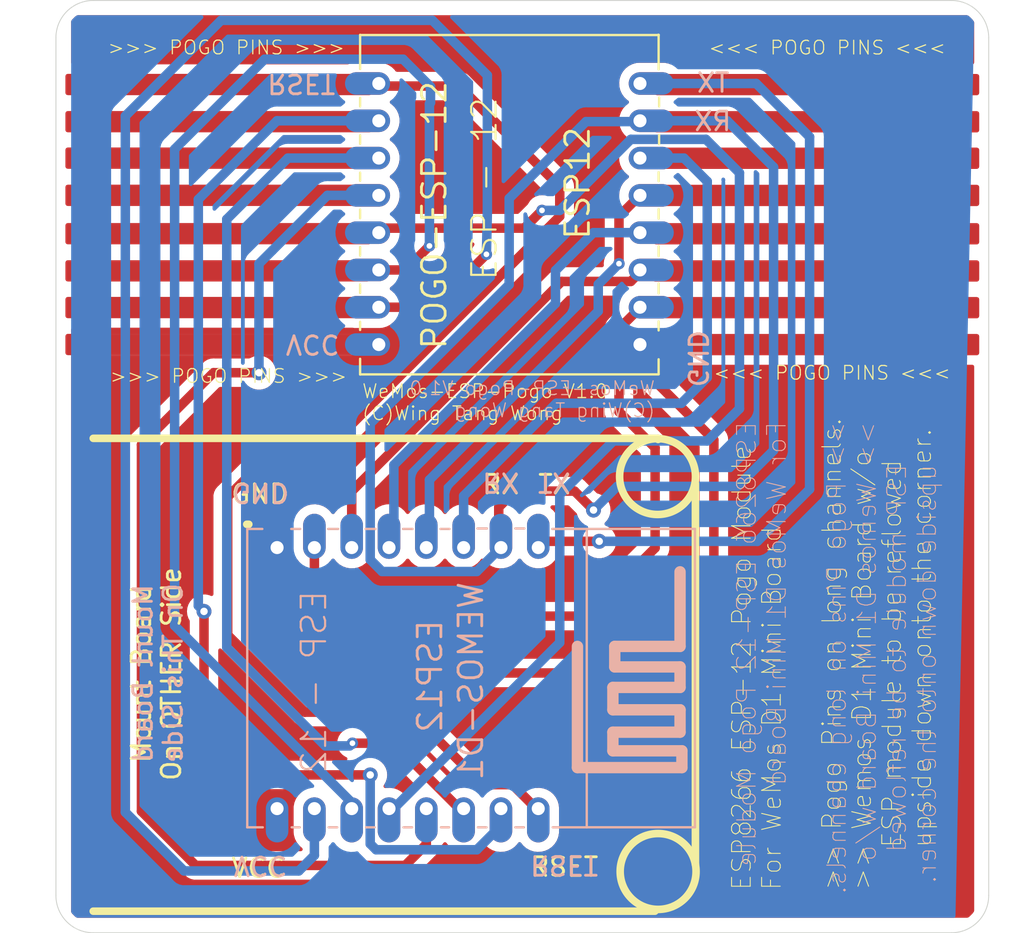
<source format=kicad_pcb>
(kicad_pcb (version 20211014) (generator pcbnew)
  (layers (0 "F.Cu" signal) (31 "B.Cu" signal) (34 "B.Paste" user) (35 "F.Paste" user) (36 "B.SilkS" user "B.Silkscreen") (37 "F.SilkS" user "F.Silkscreen") (38 "B.Mask" user) (39 "F.Mask" user) (44 "Edge.Cuts" user))
  (net 0 "")
  (net 1 "Net-(POGO-ESP-12-PadADC)")
  (net 2 "Net-(POGO-ESP-12-PadCH_PD)")
  (net 3 "Net-(POGO-ESP-12-PadGND)")
  (net 4 "Net-(POGO-ESP-12-PadGPIO0)")
  (net 5 "Net-(POGO-ESP-12-PadGPIO2)")
  (net 6 "Net-(POGO-ESP-12-PadGPIO4)")
  (net 7 "Net-(POGO-ESP-12-PadGPIO5)")
  (net 8 "Net-(POGO-ESP-12-PadGPIO12)")
  (net 9 "Net-(POGO-ESP-12-PadGPIO13)")
  (net 10 "Net-(POGO-ESP-12-PadGPIO14)")
  (net 11 "Net-(POGO-ESP-12-PadGPIO15)")
  (net 12 "Net-(POGO-ESP-12-PadGPIO16)")
  (net 13 "Net-(POGO-ESP-12-PadRESET)")
  (net 14 "Net-(POGO-ESP-12-PadRX)")
  (net 15 "Net-(POGO-ESP-12-PadTX)")
  (net 16 "Net-(POGO-ESP-12-PadVCC)")
  (footprint "ESP12_Harness:ESP12" (layer "F.Cu") (at -25.5927 10.2531)
    (fp_text reference "POGO-ESP-12" (at -4.1242 1.2596 90) (layer "F.SilkS") (effects (font (size 1.27 1.27))))
    (fp_text value "ESP12" (at 3.5558 -0.4504 90) (layer "F.SilkS") (effects (font (size 1.27 1.27))))
    (fp_text user "ESP - 12" (at -0.6742 4.8496 90) (layer "F.SilkS") (effects (font (size 1.308608 1.308608) (thickness 0.113792)) (justify left bottom)))
    (fp_line (start 7.9248 -5.0546) (end 7.9248 -4.572) (layer "F.SilkS") (width 0.127))
    (fp_line (start 7.8994 9.779) (end 7.8994 8.9916) (layer "F.SilkS") (width 0.127))
    (fp_line (start -8.1 -8.4) (end 7.9 -8.4) (layer "F.SilkS") (width 0.127))
    (fp_line (start -8.1026 -1.016) (end -8.1026 -0.5842) (layer "F.SilkS") (width 0.127))
    (fp_line (start -8.1026 4.9784) (end -8.1026 5.4356) (layer "F.SilkS") (width 0.127))
    (fp_line (start 7.9248 -3.048) (end 7.9248 -2.54) (layer "F.SilkS") (width 0.127))
    (fp_line (start 7.874 -8.4074) (end 7.8994 -8.4074) (layer "F.SilkS") (width 0.127))
    (fp_line (start 7.8994 -1.0414) (end 7.8994 -0.5588) (layer "F.SilkS") (width 0.127))
    (fp_line (start -8.1026 6.985) (end -8.1026 7.4168) (layer "F.SilkS") (width 0.127))
    (fp_line (start 7.8994 0.9398) (end 7.8994 1.4478) (layer "F.SilkS") (width 0.127))
    (fp_line (start 7.8994 6.9596) (end 7.8994 7.4422) (layer "F.SilkS") (width 0.127))
    (fp_line (start -8.1026 8.9662) (end -8.1026 9.8044) (layer "F.SilkS") (width 0.127))
    (fp_line (start -8.1026 0.9652) (end -8.1026 1.4224) (layer "F.SilkS") (width 0.127))
    (fp_line (start 7.8994 -8.4074) (end 7.8994 -6.5532) (layer "F.SilkS") (width 0.127))
    (fp_line (start -8.1026 -5.0292) (end -8.1026 -4.572) (layer "F.SilkS") (width 0.127))
    (fp_line (start 7.8994 2.921) (end 7.8994 3.4544) (layer "F.SilkS") (width 0.127))
    (fp_line (start 7.8994 4.9276) (end 7.8994 5.461) (layer "F.SilkS") (width 0.127))
    (fp_line (start -8.1026 2.9718) (end -8.1026 3.429) (layer "F.SilkS") (width 0.127))
    (fp_line (start -8.1026 -3.0226) (end -8.1026 -2.5654) (layer "F.SilkS") (width 0.127))
    (fp_line (start -8.1026 -8.4074) (end -8.1026 -6.5786) (layer "F.SilkS") (width 0.127))
    (fp_line (start 7.9 9.8) (end -8.1 9.8) (layer "F.SilkS") (width 0.127))
    (pad "ADC" thru_hole oval locked (at -7.1 -3.8 180) (size 2.416 1.208) (drill 0.7 (offset 0.604 0)) (layers *.Cu *.Mask) (net 1 "Net-(POGO-ESP-12-PadADC)"))
    (pad "CH_PD" thru_hole oval locked (at -7.1 -1.8 180) (size 2.416 1.208) (drill 0.7 (offset 0.604 0)) (layers *.Cu *.Mask) (net 2 "Net-(POGO-ESP-12-PadCH_PD)"))
    (pad "GND" thru_hole oval locked (at 6.9 8.2) (size 2.416 1.208) (drill 0.7 (offset 0.604 0)) (layers *.Cu *.Mask) (net 3 "Net-(POGO-ESP-12-PadGND)"))
    (pad "GPIO0" thru_hole oval locked (at 6.9 2.2) (size 2.416 1.208) (drill 0.7 (offset 0.604 0)) (layers *.Cu *.Mask) (net 4 "Net-(POGO-ESP-12-PadGPIO0)"))
    (pad "GPIO2" thru_hole oval locked (at 6.9 4.2) (size 2.416 1.208) (drill 0.7 (offset 0.604 0)) (layers *.Cu *.Mask) (net 5 "Net-(POGO-ESP-12-PadGPIO2)"))
    (pad "GPIO4" thru_hole oval locked (at 6.9 -1.8) (size 2.416 1.208) (drill 0.7 (offset 0.604 0)) (layers *.Cu *.Mask) (net 6 "Net-(POGO-ESP-12-PadGPIO4)"))
    (pad "GPIO5" thru_hole oval locked (at 6.9 0.2) (size 2.416 1.208) (drill 0.7 (offset 0.604 0)) (layers *.Cu *.Mask) (net 7 "Net-(POGO-ESP-12-PadGPIO5)"))
    (pad "GPIO12" thru_hole oval locked (at -7.1 4.2 180) (size 2.416 1.208) (drill 0.7 (offset 0.604 0)) (layers *.Cu *.Mask) (net 8 "Net-(POGO-ESP-12-PadGPIO12)"))
    (pad "GPIO13" thru_hole oval locked (at -7.1 6.2 180) (size 2.416 1.208) (drill 0.7 (offset 0.604 0)) (layers *.Cu *.Mask) (net 9 "Net-(POGO-ESP-12-PadGPIO13)"))
    (pad "GPIO14" thru_hole oval locked (at -7.1 2.2 180) (size 2.416 1.208) (drill 0.7 (offset 0.604 0)) (layers *.Cu *.Mask) (net 10 "Net-(POGO-ESP-12-PadGPIO14)"))
    (pad "GPIO15" thru_hole oval locked (at 6.9 6.2) (size 2.416 1.208) (drill 0.7 (offset 0.604 0)) (layers *.Cu *.Mask) (net 11 "Net-(POGO-ESP-12-PadGPIO15)"))
    (pad "GPIO16" thru_hole oval locked (at -7.1 0.2 180) (size 2.416 1.208) (drill 0.7 (offset 0.604 0)) (layers *.Cu *.Mask) (net 12 "Net-(POGO-ESP-12-PadGPIO16)"))
    (pad "RESET" thru_hole oval locked (at -7.1 -5.8 180) (size 2.416 1.208) (drill 0.7 (offset 0.604 0)) (layers *.Cu *.Mask) (net 13 "Net-(POGO-ESP-12-PadRESET)"))
    (pad "RX" thru_hole oval locked (at 6.9 -3.8) (size 2.416 1.208) (drill 0.7 (offset 0.604 0)) (layers *.Cu *.Mask) (net 14 "Net-(POGO-ESP-12-PadRX)"))
    (pad "TX" thru_hole oval locked (at 6.9 -5.8) (size 2.416 1.208) (drill 0.7 (offset 0.604 0)) (layers *.Cu *.Mask) (net 15 "Net-(POGO-ESP-12-PadTX)"))
    (pad "VCC" thru_hole oval locked (at -7.1 8.2 180) (size 2.416 1.208) (drill 0.7 (offset 0.604 0)) (layers *.Cu *.Mask) (net 16 "Net-(POGO-ESP-12-PadVCC)"))
  )
  (footprint "ESP12_Harness:ESP12" (layer "B.Cu") (at -29.9452 36.2426 90)
    (fp_text reference "WEMOS-D1" (at -0.26 2.19 270) (layer "B.SilkS") (effects (font (size 1.27 1.27)) (justify mirror)))
    (fp_text value "ESP12" (at 0 0 270) (layer "B.SilkS") (effects (font (size 1.27 1.27)) (justify mirror)))
    (fp_text user "ESP - 12" (at 4.69 -5.46 270) (layer "B.SilkS") (effects (font (size 1.308608 1.308608) (thickness 0.113792)) (justify left bottom mirror)))
    (fp_line (start -0.6 9.8) (end -0.6 13.4) (layer "B.SilkS") (width 0.6096))
    (fp_line (start 7.8994 8.4074) (end 7.8994 6.5532) (layer "B.SilkS") (width 0.127))
    (fp_line (start -4 9.8) (end -3 9.8) (layer "B.SilkS") (width 0.6096))
    (fp_line (start -1.8 9.8) (end -0.6 9.8) (layer "B.SilkS") (width 0.6096))
    (fp_line (start 0.5 13.4) (end 0.5 9.9) (layer "B.SilkS") (width 0.6096))
    (fp_line (start -8.1026 -4.9784) (end -8.1026 -5.4356) (layer "B.SilkS") (width 0.127))
    (fp_line (start -8.1 14.2) (end 7.9 14.2) (layer "B.SilkS") (width 0.127))
    (fp_line (start -3 9.8) (end -3 13.4) (layer "B.SilkS") (width 0.6096))
    (fp_line (start 7.9248 5.0546) (end 7.9248 4.572) (layer "B.SilkS") (width 0.127))
    (fp_line (start 0.5 9.9) (end 1.6 9.9) (layer "B.SilkS") (width 0.6096))
    (fp_line (start 1.6 13.4) (end 5.6 13.4) (layer "B.SilkS") (width 0.6096))
    (fp_line (start 7.8994 -2.921) (end 7.8994 -3.4544) (layer "B.SilkS") (width 0.127))
    (fp_line (start -3 13.4) (end -1.8 13.4) (layer "B.SilkS") (width 0.6096))
    (fp_line (start -8.1026 -6.985) (end -8.1026 -7.4168) (layer "B.SilkS") (width 0.127))
    (fp_line (start 7.8994 -0.9398) (end 7.8994 -1.4478) (layer "B.SilkS") (width 0.127))
    (fp_line (start 7.8994 -6.9596) (end 7.8994 -7.4422) (layer "B.SilkS") (width 0.127))
    (fp_line (start -8.1026 3.0226) (end -8.1026 2.5654) (layer "B.SilkS") (width 0.127))
    (fp_line (start -4 13.5) (end -4 9.8) (layer "B.SilkS") (width 0.6096))
    (fp_line (start 7.8994 1.0414) (end 7.8994 0.5588) (layer "B.SilkS") (width 0.127))
    (fp_line (start -1.8 13.4) (end -1.8 9.8) (layer "B.SilkS") (width 0.6096))
    (fp_line (start 7.9 -9.8) (end -8.1 -9.8) (layer "B.SilkS") (width 0.127))
    (fp_line (start -4.9 13.5) (end -4 13.5) (layer "B.SilkS") (width 0.6096))
    (fp_line (start -8.1026 -8.9662) (end -8.1026 -9.8044) (layer "B.SilkS") (width 0.127))
    (fp_line (start -8.1026 -2.9718) (end -8.1026 -3.429) (layer "B.SilkS") (width 0.127))
    (fp_line (start -8.1 8.4) (end -8.1 14.2) (layer "B.SilkS") (width 0.127))
    (fp_line (start 7.874 8.4074) (end 7.8994 8.4074) (layer "B.SilkS") (width 0.127))
    (fp_line (start -8.1026 8.4074) (end -8.1026 6.5786) (layer "B.SilkS") (width 0.127))
    (fp_line (start -8.1026 5.0292) (end -8.1026 4.572) (layer "B.SilkS") (width 0.127))
    (fp_line (start 7.8994 -9.779) (end 7.8994 -8.9916) (layer "B.SilkS") (width 0.127))
    (fp_line (start 7.9 14.2) (end 7.9 8.4) (layer "B.SilkS") (width 0.127))
    (fp_line (start -8.1 8.4) (end 7.9 8.4) (layer "B.SilkS") (width 0.127))
    (fp_line (start 7.8994 -4.9276) (end 7.8994 -5.461) (layer "B.SilkS") (width 0.127))
    (fp_line (start -8.1026 1.016) (end -8.1026 0.5842) (layer "B.SilkS") (width 0.127))
    (fp_line (start -4.9 8.6) (end -4.9 13.5) (layer "B.SilkS") (width 0.6096))
    (fp_line (start -0.6 13.4) (end 0.5 13.4) (layer "B.SilkS") (width 0.6096))
    (fp_line (start -4.9 7.9) (end 1.6 7.9) (layer "B.SilkS") (width 0.6096))
    (fp_line (start 7.9248 3.048) (end 7.9248 2.54) (layer "B.SilkS") (width 0.127))
    (fp_line (start -4.9 8.5) (end -4.9 7.9) (layer "B.SilkS") (width 0.6096))
    (fp_line (start -8.1026 -0.9652) (end -8.1026 -1.4224) (layer "B.SilkS") (width 0.127))
    (fp_line (start 1.6 9.9) (end 1.6 13.4) (layer "B.SilkS") (width 0.6096))
    (pad "ADC" thru_hole oval locked (at -7.1 3.8 270) (size 2.416 1.208) (drill 0.7 (offset 0.604 0)) (layers *.Cu *.Mask) (net 1 "Net-(POGO-ESP-12-PadADC)"))
    (pad "CH_PD" thru_hole oval locked (at -7.1 1.8 270) (size 2.416 1.208) (drill 0.7 (offset 0.604 0)) (layers *.Cu *.Mask) (net 2 "Net-(POGO-ESP-12-PadCH_PD)"))
    (pad "GND" thru_hole oval locked (at 6.9 -8.2 90) (size 2.416 1.208) (drill 0.7 (offset 0.604 0)) (layers *.Cu *.Mask) (net 3 "Net-(POGO-ESP-12-PadGND)"))
    (pad "GPIO0" thru_hole oval locked (at 6.9 -2.2 90) (size 2.416 1.208) (drill 0.7 (offset 0.604 0)) (layers *.Cu *.Mask) (net 4 "Net-(POGO-ESP-12-PadGPIO0)"))
    (pad "GPIO2" thru_hole oval locked (at 6.9 -4.2 90) (size 2.416 1.208) (drill 0.7 (offset 0.604 0)) (layers *.Cu *.Mask) (net 5 "Net-(POGO-ESP-12-PadGPIO2)"))
    (pad "GPIO4" thru_hole oval locked (at 6.9 1.8 90) (size 2.416 1.208) (drill 0.7 (offset 0.604 0)) (layers *.Cu *.Mask) (net 6 "Net-(POGO-ESP-12-PadGPIO4)"))
    (pad "GPIO5" thru_hole oval locked (at 6.9 -0.2 90) (size 2.416 1.208) (drill 0.7 (offset 0.604 0)) (layers *.Cu *.Mask) (net 7 "Net-(POGO-ESP-12-PadGPIO5)"))
    (pad "GPIO12" thru_hole oval locked (at -7.1 -4.2 270) (size 2.416 1.208) (drill 0.7 (offset 0.604 0)) (layers *.Cu *.Mask) (net 8 "Net-(POGO-ESP-12-PadGPIO12)"))
    (pad "GPIO13" thru_hole oval locked (at -7.1 -6.2 270) (size 2.416 1.208) (drill 0.7 (offset 0.604 0)) (layers *.Cu *.Mask) (net 9 "Net-(POGO-ESP-12-PadGPIO13)"))
    (pad "GPIO14" thru_hole oval locked (at -7.1 -2.2 270) (size 2.416 1.208) (drill 0.7 (offset 0.604 0)) (layers *.Cu *.Mask) (net 10 "Net-(POGO-ESP-12-PadGPIO14)"))
    (pad "GPIO15" thru_hole oval locked (at 6.9 -6.2 90) (size 2.416 1.208) (drill 0.7 (offset 0.604 0)) (layers *.Cu *.Mask) (net 11 "Net-(POGO-ESP-12-PadGPIO15)"))
    (pad "GPIO16" thru_hole oval locked (at -7.1 -0.2 270) (size 2.416 1.208) (drill 0.7 (offset 0.604 0)) (layers *.Cu *.Mask) (net 12 "Net-(POGO-ESP-12-PadGPIO16)"))
    (pad "RESET" thru_hole oval locked (at -7.1 5.8 270) (size 2.416 1.208) (drill 0.7 (offset 0.604 0)) (layers *.Cu *.Mask) (net 13 "Net-(POGO-ESP-12-PadRESET)"))
    (pad "RX" thru_hole oval locked (at 6.9 3.8 90) (size 2.416 1.208) (drill 0.7 (offset 0.604 0)) (layers *.Cu *.Mask) (net 14 "Net-(POGO-ESP-12-PadRX)"))
    (pad "TX" thru_hole oval locked (at 6.9 5.8 90) (size 2.416 1.208) (drill 0.7 (offset 0.604 0)) (layers *.Cu *.Mask) (net 15 "Net-(POGO-ESP-12-PadTX)"))
    (pad "VCC" thru_hole oval locked (at -7.1 -8.2 270) (size 2.416 1.208) (drill 0.7 (offset 0.604 0)) (layers *.Cu *.Mask) (net 16 "Net-(POGO-ESP-12-PadVCC)"))
  )
  (gr_line (start -48 48.8436) (end -17.8909 48.8436) (layer "F.SilkS") (width 0.4064))
  (gr_circle (center -17.7209 46.7136) (end -15.686744 46.7136) (layer "F.SilkS") (width 0.4064) (fill none))
  (gr_line (start -17.7209 23.4836) (end -17.7209 23.5436) (layer "F.SilkS") (width 0.4064))
  (gr_line (start -48 23.4836) (end -17.7209 23.4836) (layer "F.SilkS") (width 0.4064))
  (gr_line (start -39.7709 28.0936) (end -39.6609 28.0936) (layer "F.SilkS") (width 0.4064))
  (gr_circle (center -17.7509 25.5336) (end -15.716744 25.5336) (layer "F.SilkS") (width 0.4064) (fill none))
  (gr_line (start -15.7209 25.9036) (end -15.7209 46.3236) (layer "F.SilkS") (width 0.4064))
  (gr_arc (start -50 2) (mid -49.414214 0.585787) (end -48 0) (layer "Edge.Cuts") (width 0.05))
  (gr_arc (start -2 0) (mid -0.585786 0.585786) (end 0 2) (layer "Edge.Cuts") (width 0.05))
  (gr_line (start -2 0) (end -48 0) (layer "Edge.Cuts") (width 0.05))
  (gr_line (start -50 2) (end -50 48) (layer "Edge.Cuts") (width 0.05))
  (gr_line (start -48 50) (end -2 50) (layer "Edge.Cuts") (width 0.05))
  (gr_arc (start 0 48) (mid -0.585786 49.414213) (end -2 50) (layer "Edge.Cuts") (width 0.05))
  (gr_arc (start -48 50) (mid -49.414213 49.414214) (end -50 48) (layer "Edge.Cuts") (width 0.05))
  (gr_line (start 0 48) (end 0 2) (layer "Edge.Cuts") (width 0.05))
  (gr_text "TX" (at -23.290952 25.84 180) (layer "B.SilkS") (effects (font (size 1 1)) (justify mirror)))
  (gr_text "Mount Board\nOn This Side" (at -44.53 36.08 90) (layer "B.SilkS") (effects (font (size 1 1)) (justify mirror)))
  (gr_text "VCC" (at -39.03 46.4 180) (layer "B.SilkS") (effects (font (size 1 1)) (justify mirror)))
  (gr_text "TX" (at -14.77 4.42) (layer "B.SilkS") (effects (font (size 1 1)) (justify mirror)))
  (gr_text "VCC" (at -36.24 18.44 180) (layer "B.SilkS") (effects (font (size 1 1)) (justify mirror)))
  (gr_text "RSET" (at -20.85 46.37 180) (layer "B.SilkS") (effects (font (size 1 1)) (justify right mirror)))
  (gr_text "RSET" (at -34.94 4.46 180) (layer "B.SilkS") (effects (font (size 1 1)) (justify right mirror)))
  (gr_text "GND" (at -15.61 19.21 270) (layer "B.SilkS") (effects (font (size 1 1)) (justify mirror)))
  (gr_text "ESP8266 ESP-12 Pogo Module\nFor WeMos D1 Mini Board\n\n>> Pogo Pins on long channels.\n>> Wemos D1 Mini Board w/o \n   ESP module to be reflowed\n   upside down onto the corner. " (at -2.7309 22.5336 90) (layer "B.SilkS") (effects (font (size 1 1) (thickness 0.05)) (justify left bottom mirror)))
  (gr_text "RX" (at -26.160952 25.84 180) (layer "B.SilkS") (effects (font (size 1 1)) (justify mirror)))
  (gr_text "GND" (at -39.03 26.4 180) (layer "B.SilkS") (effects (font (size 1 1)) (justify mirror)))
  (gr_text "WeMos-ESP-Pogo V1.0\n(C)Wing Tang Wong" (at -17.8409 22.4136) (layer "B.SilkS") (effects (font (size 0.736 0.736) (thickness 0.064)) (justify left bottom mirror)))
  (gr_text "RX" (at -14.79 6.48) (layer "B.SilkS") (effects (font (size 1 1)) (justify mirror)))
  (gr_text "<<< POGO PINS <<<" (at -15.0609 2.9636) (layer "F.SilkS") (effects (font (size 0.736 0.736) (thickness 0.064)) (justify left bottom)))
  (gr_text "RSET" (at -20.84 46.47) (layer "F.SilkS") (effects (font (size 1 1)) (justify right)))
  (gr_text "Mount Board\nOn OTHER Side" (at -44.62 36.12 90) (layer "F.SilkS") (effects (font (size 1 1))))
  (gr_text "<<< POGO PINS <<<" (at -14.8009 20.4036) (layer "F.SilkS") (effects (font (size 0.736 0.736) (thickness 0.064)) (justify left bottom)))
  (gr_text ">>> POGO PINS >>>" (at -47.2709 2.9536) (layer "F.SilkS") (effects (font (size 0.736 0.736) (thickness 0.064)) (justify left bottom)))
  (gr_text "WeMos-ESP-Pogo V1.0\n(C)Wing Tang Wong" (at -33.6309 22.5736) (layer "F.SilkS") (effects (font (size 0.736 0.736) (thickness 0.064)) (justify left bottom)))
  (gr_text "GND" (at -39.07 26.47) (layer "F.SilkS") (effects (font (size 1 1))))
  (gr_text "VCC" (at -39.15 46.53) (layer "F.SilkS") (effects (font (size 1 1))))
  (gr_text ">>> POGO PINS >>>" (at -47.1509 20.5736) (layer "F.SilkS") (effects (font (size 0.736 0.736) (thickness 0.064)) (justify left bottom)))
  (gr_text "TX" (at -23.28 25.96) (layer "F.SilkS") (effects (font (size 1 1))))
  (gr_text "RX" (at -26.15 25.96) (layer "F.SilkS") (effects (font (size 1 1))))
  (gr_text "ESP8266 ESP-12 Pogo Module\nFor WeMos D1 Mini Board\n\n>> Pogo Pins on long channels.\n>> Wemos D1 Mini Board w/o \n   ESP module to be reflowed\n   upside down onto the corner. " (at -2.99859 47.775438 90) (layer "F.SilkS") (effects (font (size 1 1) (thickness 0.05)) (justify left bottom)))
  (segment (start -42.0624 32.766) (end -42.0624 38.1) (width 0.508) (layer "F.Cu") (net 1))
  (segment (start -42.0624 38.1) (end -38.627 41.5354) (width 0.508) (layer "F.Cu") (net 1))
  (segment (start -38.627 41.5354) (end -33.1534 41.5354) (width 0.508) (layer "F.Cu") (net 1))
  (via (at -42.0624 32.766) (size 0.8) (drill 0.4) (layers "F.Cu" "B.Cu") (net 1))
  (via (at -33.1534 41.5354) (size 0.8) (drill 0.4) (layers "F.Cu" "B.Cu") (net 1))
  (segment (start -38.1523 6.4531) (end -42.3672 10.668) (width 0.508) (layer "B.Cu") (net 1))
  (segment (start -26.1684 43.6436) (end -26.1452 43.3426) (width 0.508) (layer "B.Cu") (net 1))
  (segment (start -42.3672 10.668) (end -42.3672 32.4612) (width 0.508) (layer "B.Cu") (net 1))
  (segment (start -33.1534 45.2311) (end -33.1534 41.5354) (width 0.508) (layer "B.Cu") (net 1))
  (segment (start -32.8359 45.5486) (end -33.1534 45.2311) (width 0.508) (layer "B.Cu") (net 1))
  (segment (start -26.1684 43.6436) (end -26.1684 44.2786) (width 0.508) (layer "B.Cu") (net 1))
  (segment (start -32.6927 6.4531) (end -38.1523 6.4531) (width 0.508) (layer "B.Cu") (net 1))
  (segment (start -26.1684 44.2786) (end -27.4384 45.5486) (width 0.508) (layer "B.Cu") (net 1))
  (segment (start -27.4384 45.5486) (end -32.8359 45.5486) (width 0.508) (layer "B.Cu") (net 1))
  (segment (start -42.3672 32.4612) (end -42.0624 32.766) (width 0.508) (layer "B.Cu") (net 1))
  (segment (start -31.8834 39.8336) (end -34.1059 39.8336) (width 0.508) (layer "F.Cu") (net 2))
  (segment (start -28.3909 43.3261) (end -31.8834 39.8336) (width 0.508) (layer "F.Cu") (net 2))
  (segment (start -28.3909 43.3261) (end -28.1452 43.3426) (width 0.508) (layer "F.Cu") (net 2))
  (via (at -34.1059 39.8336) (size 0.6096) (drill 0.3048) (layers "F.Cu" "B.Cu") (net 2))
  (segment (start -40.8432 11.7348) (end -40.8432 34.6964) (width 0.508) (layer "B.Cu") (net 2))
  (segment (start -35.56 39.9796) (end -34.2519 39.9796) (width 0.508) (layer "B.Cu") (net 2))
  (segment (start -40.8432 34.6964) (end -35.56 39.9796) (width 0.508) (layer "B.Cu") (net 2))
  (segment (start -37.5615 8.4531) (end -40.8432 11.7348) (width 0.508) (layer "B.Cu") (net 2))
  (segment (start -32.6927 8.4531) (end -37.5615 8.4531) (width 0.508) (layer "B.Cu") (net 2))
  (segment (start -34.2519 39.9796) (end -34.1059 39.8336) (width 0.508) (layer "B.Cu") (net 2))
  (segment (start -38.1452 29.3426) (end -38.1452 31.654) (width 0.508) (layer "F.Cu") (net 3))
  (segment (start -14.732 23.5712) (end -18.6927 19.6105) (width 0.508) (layer "F.Cu") (net 3))
  (segment (start -17.4244 36.068) (end -14.732 33.3756) (width 0.508) (layer "F.Cu") (net 3))
  (segment (start -38.1452 31.654) (end -33.7312 36.068) (width 0.508) (layer "F.Cu") (net 3))
  (segment (start -14.732 33.3756) (end -14.732 23.5712) (width 0.508) (layer "F.Cu") (net 3))
  (segment (start -33.7312 36.068) (end -17.4244 36.068) (width 0.508) (layer "F.Cu") (net 3))
  (segment (start -18.6927 19.6105) (end -18.6927 18.4531) (width 0.508) (layer "F.Cu") (net 3))
  (segment (start -31.8834 29.0386) (end -32.1452 29.3426) (width 0.508) (layer "B.Cu") (net 4))
  (segment (start -21.1907 12.4531) (end -23.22195 14.48435) (width 0.508) (layer "B.Cu") (net 4))
  (segment (start -31.8834 24.9111) (end -31.8834 29.0386) (width 0.508) (layer "B.Cu") (net 4))
  (segment (start -18.6927 12.4531) (end -21.1907 12.4531) (width 0.508) (layer "B.Cu") (net 4))
  (segment (start -23.22195 16.24965) (end -31.8834 24.9111) (width 0.508) (layer "B.Cu") (net 4))
  (segment (start -23.22195 14.48435) (end -23.22195 16.24965) (width 0.508) (layer "B.Cu") (net 4))
  (segment (start -18.8659 14.7511) (end -18.6927 14.4531) (width 0.508) (layer "F.Cu") (net 5))
  (segment (start -34.1452 26.322) (end -22.8918 15.0686) (width 0.508) (layer "F.Cu") (net 5))
  (segment (start -19.1834 15.0686) (end -18.8659 14.7511) (width 0.508) (layer "F.Cu") (net 5))
  (segment (start -34.1452 29.3426) (end -34.1452 26.322) (width 0.508) (layer "F.Cu") (net 5))
  (segment (start -22.8918 15.0686) (end -19.1834 15.0686) (width 0.508) (layer "F.Cu") (net 5))
  (segment (start -28.1452 26.5704) (end -23.1775 21.6027) (width 0.508) (layer "B.Cu") (net 6))
  (segment (start -15.0876 9.7028) (end -16.3373 8.4531) (width 0.508) (layer "B.Cu") (net 6))
  (segment (start -15.0876 20.2184) (end -15.0876 9.7028) (width 0.508) (layer "B.Cu") (net 6))
  (segment (start -16.4719 21.6027) (end -15.0876 20.2184) (width 0.508) (layer "B.Cu") (net 6))
  (segment (start -16.3373 8.4531) (end -18.6927 8.4531) (width 0.508) (layer "B.Cu") (net 6))
  (segment (start -28.1452 29.3426) (end -28.1452 26.5704) (width 0.508) (layer "B.Cu") (net 6))
  (segment (start -23.1775 21.6027) (end -16.4719 21.6027) (width 0.508) (layer "B.Cu") (net 6))
  (segment (start -19.8184 11.5761) (end -19.8184 14.1161) (width 0.508) (layer "F.Cu") (net 7))
  (segment (start -18.8659 10.6236) (end -18.6927 10.4531) (width 0.508) (layer "F.Cu") (net 7))
  (segment (start -18.8659 10.6236) (end -19.8184 11.5761) (width 0.508) (layer "F.Cu") (net 7))
  (via (at -19.8184 14.1161) (size 0.6096) (drill 0.3048) (layers "F.Cu" "B.Cu") (net 7))
  (segment (start -19.8184 14.1161) (end -20.9296 15.2273) (width 0.508) (layer "B.Cu") (net 7))
  (segment (start -20.9296 16.6624) (end -29.9784 25.7112) (width 0.508) (layer "B.Cu") (net 7))
  (segment (start -29.9784 29.0386) (end -30.1452 29.3426) (width 0.508) (layer "B.Cu") (net 7))
  (segment (start -20.9296 15.2273) (end -20.9296 16.6624) (width 0.508) (layer "B.Cu") (net 7))
  (segment (start -29.9784 25.7112) (end -29.9784 29.0386) (width 0.508) (layer "B.Cu") (net 7))
  (segment (start -31.2679 14.4531) (end -29.9784 13.1636) (width 0.508) (layer "F.Cu") (net 8))
  (segment (start -32.6927 14.4531) (end -31.2679 14.4531) (width 0.508) (layer "F.Cu") (net 8))
  (via (at -29.9784 13.1636) (size 0.6096) (drill 0.3048) (layers "F.Cu" "B.Cu") (net 8))
  (segment (start -29.9784 5.5436) (end -29.9212 5.4864) (width 0.508) (layer "B.Cu") (net 8))
  (segment (start -34.1452 43.02) (end -34.1452 43.3426) (width 0.508) (layer "B.Cu") (net 8))
  (segment (start -31.3944 3.1496) (end -38.8112 3.1496) (width 0.508) (layer "B.Cu") (net 8))
  (segment (start -29.9784 13.1636) (end -29.9784 5.5436) (width 0.508) (layer "B.Cu") (net 8))
  (segment (start -43.6372 7.9756) (end -43.6372 33.528) (width 0.508) (layer "B.Cu") (net 8))
  (segment (start -29.9212 5.4864) (end -29.9212 4.6228) (width 0.508) (layer "B.Cu") (net 8))
  (segment (start -29.9212 4.6228) (end -31.3944 3.1496) (width 0.508) (layer "B.Cu") (net 8))
  (segment (start -43.6372 33.528) (end -34.1452 43.02) (width 0.508) (layer "B.Cu") (net 8))
  (segment (start -38.8112 3.1496) (end -43.6372 7.9756) (width 0.508) (layer "B.Cu") (net 8))
  (segment (start -32.6927 16.4531) (end -30.339042 16.4531) (width 0.508) (layer "F.Cu") (net 9))
  (segment (start -27.626429 14.316829) (end -26.924 13.6144) (width 0.508) (layer "F.Cu") (net 9))
  (segment (start -30.339042 16.4531) (end -28.202771 14.316829) (width 0.508) (layer "F.Cu") (net 9))
  (segment (start -28.202771 14.316829) (end -27.626429 14.316829) (width 0.508) (layer "F.Cu") (net 9))
  (via (at -26.924 13.6144) (size 0.6096) (drill 0.3048) (layers "F.Cu" "B.Cu") (net 9))
  (segment (start -43.1292 46.6852) (end -36.9824 46.6852) (width 0.508) (layer "B.Cu") (net 9))
  (segment (start -29.8196 1.0668) (end -41.148 1.0668) (width 0.508) (layer "B.Cu") (net 9))
  (segment (start -41.148 1.0668) (end -46.2788 6.1976) (width 0.508) (layer "B.Cu") (net 9))
  (segment (start -46.2788 6.1976) (end -46.2788 43.5356) (width 0.508) (layer "B.Cu") (net 9))
  (segment (start -26.8732 4.0132) (end -29.8196 1.0668) (width 0.508) (layer "B.Cu") (net 9))
  (segment (start -36.1452 45.848) (end -36.1452 43.3426) (width 0.508) (layer "B.Cu") (net 9))
  (segment (start -46.2788 43.5356) (end -43.1292 46.6852) (width 0.508) (layer "B.Cu") (net 9))
  (segment (start -26.8732 11.3284) (end -26.8732 4.0132) (width 0.508) (layer "B.Cu") (net 9))
  (segment (start -26.924 13.6144) (end -26.8732 11.3284) (width 0.508) (layer "B.Cu") (net 9))
  (segment (start -36.9824 46.6852) (end -36.1452 45.848) (width 0.508) (layer "B.Cu") (net 9))
  (segment (start -24.8984 12.2111) (end -32.5184 12.2111) (width 0.508) (layer "F.Cu") (net 10))
  (segment (start -23.9459 11.2586) (end -24.8984 12.2111) (width 0.508) (layer "F.Cu") (net 10))
  (segment (start -32.5184 12.2111) (end -32.6927 12.4531) (width 0.508) (layer "F.Cu") (net 10))
  (via (at -23.9459 11.2586) (size 0.6096) (drill 0.3048) (layers "F.Cu" "B.Cu") (net 10))
  (segment (start -22.9934 26.4986) (end -22.9934 34.4361) (width 0.508) (layer "B.Cu") (net 10))
  (segment (start -19.1834 7.4486) (end -15.1574 7.4486) (width 0.508) (layer "B.Cu") (net 10))
  (segment (start -13.3604 9.2456) (end -13.3604 21.8948) (width 0.508) (layer "B.Cu") (net 10))
  (segment (start -15.1574 7.4486) (end -13.3604 9.2456) (width 0.508) (layer "B.Cu") (net 10))
  (segment (start -22.9934 34.4361) (end -31.8834 43.3261) (width 0.508) (layer "B.Cu") (net 10))
  (segment (start -13.3604 21.8948) (end -15.0876 23.622) (width 0.508) (layer "B.Cu") (net 10))
  (segment (start -31.8834 43.3261) (end -32.1452 43.3426) (width 0.508) (layer "B.Cu") (net 10))
  (segment (start -22.9934 11.2586) (end -19.1834 7.4486) (width 0.508) (layer "B.Cu") (net 10))
  (segment (start -20.1168 23.622) (end -22.9934 26.4986) (width 0.508) (layer "B.Cu") (net 10))
  (segment (start -15.0876 23.622) (end -20.1168 23.622) (width 0.508) (layer "B.Cu") (net 10))
  (segment (start -23.9459 11.2586) (end -22.9934 11.2586) (width 0.508) (layer "B.Cu") (net 10))
  (segment (start -17.8816 29.3624) (end -17.8816 23.9904) (width 0.508) (layer "F.Cu") (net 11))
  (segment (start -33.6804 33.02) (end -21.5392 33.02) (width 0.508) (layer "F.Cu") (net 11))
  (segment (start -18.8659 16.6561) (end -18.6927 16.4531) (width 0.508) (layer "F.Cu") (net 11))
  (segment (start -21.5392 33.02) (end -17.8816 29.3624) (width 0.508) (layer "F.Cu") (net 11))
  (segment (start -17.8816 23.9904) (end -19.8184 22.0536) (width 0.508) (layer "F.Cu") (net 11))
  (segment (start -36.1452 29.3426) (end -36.1452 30.5552) (width 0.508) (layer "F.Cu") (net 11))
  (segment (start -19.8184 17.6086) (end -18.8659 16.6561) (width 0.508) (layer "F.Cu") (net 11))
  (segment (start -36.1452 30.5552) (end -33.6804 33.02) (width 0.508) (layer "F.Cu") (net 11))
  (segment (start -19.8184 22.0536) (end -19.8184 17.6086) (width 0.508) (layer "F.Cu") (net 11))
  (segment (start -41.5544 19.9644) (end -42.037 20.447) (width 0.508) (layer "F.Cu") (net 12))
  (segment (start -45.4152 43.4848) (end -45.4152 23.8252) (width 0.508) (layer "F.Cu") (net 12))
  (segment (start -30.1452 45.2552) (end -31.28 46.39) (width 0.508) (layer "F.Cu") (net 12))
  (segment (start -39.116 19.9644) (end -41.5544 19.9644) (width 0.508) (layer "F.Cu") (net 12))
  (segment (start -30.1452 43.3426) (end -30.1452 45.2552) (width 0.508) (layer "F.Cu") (net 12))
  (segment (start -31.28 46.39) (end -42.51 46.39) (width 0.508) (layer "F.Cu") (net 12))
  (segment (start -45.4152 23.8252) (end -42.037 20.447) (width 0.508) (layer "F.Cu") (net 12))
  (segment (start -42.51 46.39) (end -45.4152 43.4848) (width 0.508) (layer "F.Cu") (net 12))
  (via (at -39.116 19.9644) (size 0.8) (drill 0.4) (layers "F.Cu" "B.Cu") (net 12))
  (segment (start -32.6927 10.4531) (end -35.4467 10.4531) (width 0.508) (layer "B.Cu") (net 12))
  (segment (start -38.4048 13.4112) (end -39.116 14.1224) (width 0.508) (layer "B.Cu") (net 12))
  (segment (start -35.4467 10.4531) (end -38.4048 13.4112) (width 0.508) (layer "B.Cu") (net 12))
  (segment (start -39.116 14.1224) (end -39.116 19.9644) (width 0.508) (layer "B.Cu") (net 12))
  (segment (start -37.592 23.4188) (end -40.7924 26.6192) (width 0.508) (layer "F.Cu") (net 13))
  (segment (start -34.8361 23.4188) (end -37.592 23.4188) (width 0.508) (layer "F.Cu") (net 13))
  (segment (start -22.9934 9.9886) (end -22.9934 11.5761) (width 0.508) (layer "F.Cu") (net 13))
  (segment (start -40.7924 34.036) (end -36.6585 38.1699) (width 0.508) (layer "F.Cu") (net 13))
  (segment (start -28.3909 4.5911) (end -22.9934 9.9886) (width 0.508) (layer "F.Cu") (net 13))
  (segment (start -32.6927 4.4531) (end -32.5184 4.5911) (width 0.508) (layer "F.Cu") (net 13))
  (segment (start -27.1209 42.0561) (end -25.5334 42.0561) (width 0.508) (layer "F.Cu") (net 13))
  (segment (start -31.0071 38.1699) (end -27.1209 42.0561) (width 0.508) (layer "F.Cu") (net 13))
  (segment (start -25.5334 42.0561) (end -24.2634 43.3261) (width 0.508) (layer "F.Cu") (net 13))
  (segment (start -24.2634 43.3261) (end -24.1452 43.3426) (width 0.508) (layer "F.Cu") (net 13))
  (segment (start -32.5184 4.5911) (end -28.3909 4.5911) (width 0.508) (layer "F.Cu") (net 13))
  (segment (start -22.9934 11.5761) (end -34.8361 23.4188) (width 0.508) (layer "F.Cu") (net 13))
  (segment (start -36.6585 38.1699) (end -31.0071 38.1699) (width 0.508) (layer "F.Cu") (net 13))
  (segment (start -40.7924 26.6192) (end -40.7924 34.036) (width 0.508) (layer "F.Cu") (net 13))
  (segment (start -25.4 26.3144) (end -26.2636 27.178) (width 0.508) (layer "F.Cu") (net 14))
  (segment (start -21.1836 27.3304) (end -22.1996 26.3144) (width 0.508) (layer "F.Cu") (net 14))
  (segment (start -22.1996 26.3144) (end -25.4 26.3144) (width 0.508) (layer "F.Cu") (net 14))
  (segment (start -26.2636 27.178) (end -26.2636 29.2242) (width 0.508) (layer "F.Cu") (net 14))
  (segment (start -26.2636 29.2242) (end -26.1452 29.3426) (width 0.508) (layer "F.Cu") (net 14))
  (via (at -21.1836 27.3304) (size 0.8) (drill 0.4) (layers "F.Cu" "B.Cu") (net 14))
  (segment (start -26.1452 29.3426) (end -26.1684 29.3561) (width 0.508) (layer "B.Cu") (net 14))
  (segment (start -13.462 26.0604) (end -13.8684 26.0604) (width 0.508) (layer "B.Cu") (net 14))
  (segment (start -18.6927 6.4531) (end -14.0193 6.4531) (width 0.508) (layer "B.Cu") (net 14))
  (segment (start -26.1684 29.3561) (end -27.4384 30.6261) (width 0.508) (layer "B.Cu") (net 14))
  (segment (start -13.8684 26.0604) (end -19.9136 26.0604) (width 0.508) (layer "B.Cu") (net 14))
  (segment (start -21.5837 6.4961) (end -18.8659 6.4961) (width 0.508) (layer "B.Cu") (net 14))
  (segment (start -25.7048 15.24) (end -25.7048 10.6172) (width 0.508) (layer "B.Cu") (net 14))
  (segment (start -33.1534 29.9911) (end -33.1534 22.6886) (width 0.508) (layer "B.Cu") (net 14))
  (segment (start -18.8659 6.4961) (end -18.6927 6.4531) (width 0.508) (layer "B.Cu") (net 14))
  (segment (start -11.5316 8.9408) (end -11.5316 24.13) (width 0.508) (layer "B.Cu") (net 14))
  (segment (start -14.0193 6.4531) (end -12.6492 7.8232) (width 0.508) (layer "B.Cu") (net 14))
  (segment (start -19.9136 26.0604) (end -21.1836 27.3304) (width 0.508) (layer "B.Cu") (net 14))
  (segment (start -33.1534 22.6886) (end -25.7048 15.24) (width 0.508) (layer "B.Cu") (net 14))
  (segment (start -12.6492 7.8232) (end -11.5316 8.9408) (width 0.508) (layer "B.Cu") (net 14))
  (segment (start -11.5316 24.13) (end -13.462 26.0604) (width 0.508) (layer "B.Cu") (net 14))
  (segment (start -32.5184 30.6261) (end -33.1534 29.9911) (width 0.508) (layer "B.Cu") (net 14))
  (segment (start -27.4384 30.6261) (end -32.5184 30.6261) (width 0.508) (layer "B.Cu") (net 14))
  (segment (start -25.7048 10.6172) (end -21.5837 6.4961) (width 0.508) (layer "B.Cu") (net 14))
  (segment (start -20.8788 29.0068) (end -23.8094 29.0068) (width 0.508) (layer "F.Cu") (net 15))
  (segment (start -23.8094 29.0068) (end -24.1452 29.3426) (width 0.508) (layer "F.Cu") (net 15))
  (via (at -20.8788 29.0068) (size 0.8) (drill 0.4) (layers "F.Cu" "B.Cu") (net 15))
  (segment (start -9.6012 7.3152) (end -9.6012 26.2128) (width 0.508) (layer "B.Cu") (net 15))
  (segment (start -10.9728 5.9436) (end -9.6012 7.3152) (width 0.508) (layer "B.Cu") (net 15))
  (segment (start -12.3952 29.0068) (end -13.3096 29.0068) (width 0.508) (layer "B.Cu") (net 15))
  (segment (start -12.4633 4.4531) (end -10.9728 5.9436) (width 0.508) (layer "B.Cu") (net 15))
  (segment (start -18.6927 4.4531) (end -12.4633 4.4531) (width 0.508) (layer "B.Cu") (net 15))
  (segment (start -13.3096 29.0068) (end -20.8788 29.0068) (width 0.508) (layer "B.Cu") (net 15))
  (segment (start -9.6012 26.2128) (end -12.3952 29.0068) (width 0.508) (layer "B.Cu") (net 15))
  (segment (start -40.0202 43.3426) (end -43.3324 40.0304) (width 0.508) (layer "F.Cu") (net 16))
  (segment (start -34.52495 21.20265) (end -32.5184 19.1961) (width 0.508) (layer "F.Cu") (net 16))
  (segment (start -38.22065 21.20265) (end -34.52495 21.20265) (width 0.508) (layer "F.Cu") (net 16))
  (segment (start -43.3324 26.3144) (end -38.22065 21.20265) (width 0.508) (layer "F.Cu") (net 16))
  (segment (start -32.5184 19.1961) (end -32.5184 18.5611) (width 0.508) (layer "F.Cu") (net 16))
  (segment (start -38.1452 43.3426) (end -40.0202 43.3426) (width 0.508) (layer "F.Cu") (net 16))
  (segment (start -32.5184 18.5611) (end -32.6927 18.4531) (width 0.508) (layer "F.Cu") (net 16))
  (segment (start -43.3324 40.0304) (end -43.3324 26.3144) (width 0.508) (layer "F.Cu") (net 16))
  (zone (net 16) (net_name "Net-(POGO-ESP-12-PadVCC)") (layer "F.Cu") (priority 6) (connect_pads yes (clearance 0.508)) (min_thickness 0.2032) (fill yes (thermal_gap 0.4564) (thermal_bridge_width 0.4564) (island_removal_mode 2) (island_area_min 1))
    (polygon (pts (xy -0.7777 49.1968) (xy -49.1841 49.1968) (xy -49.1841 0.7904) (xy -0.7777 0.7904)))
  )
  (zone (net 12) (net_name "Net-(POGO-ESP-12-PadGPIO16)") (layer "F.Cu") (priority 900) (connect_pads yes (clearance 0.508)) (min_thickness 0.254) (fill yes (thermal_gap 0.508) (thermal_bridge_width 0.508) (island_removal_mode 1) (island_area_min 0))
    (polygon (pts (xy -52.9723 11.0225) (xy -33.1603 11.0225) (xy -33.1603 9.8795) (xy -52.9723 9.8795)))
  )
  (zone (net 3) (net_name "Net-(POGO-ESP-12-PadGND)") (layer "F.Cu") (priority 900) (connect_pads yes (clearance 0.508)) (min_thickness 0.254) (fill yes (thermal_gap 0.508) (thermal_bridge_width 0.508) (island_removal_mode 1) (island_area_min 0))
    (polygon (pts (xy -17.9665 19.0284) (xy 1.8455 19.0284) (xy 1.8455 17.8854) (xy -17.9665 17.8854)))
  )
  (zone (net 13) (net_name "Net-(POGO-ESP-12-PadRESET)") (layer "F.Cu") (priority 900) (connect_pads yes (clearance 0.508)) (min_thickness 0.254) (fill yes (thermal_gap 0.508) (thermal_bridge_width 0.508) (island_removal_mode 1) (island_area_min 0))
    (polygon (pts (xy -52.8834 5.0789) (xy -33.0714 5.0789) (xy -33.0714 3.9359) (xy -52.8834 3.9359)))
  )
  (zone (net 11) (net_name "Net-(POGO-ESP-12-PadGPIO15)") (layer "F.Cu") (priority 900) (connect_pads yes (clearance 0.508)) (min_thickness 0.254) (fill yes (thermal_gap 0.508) (thermal_bridge_width 0.508) (island_removal_mode 1) (island_area_min 0))
    (polygon (pts (xy -18.0173 17.0472) (xy 1.7947 17.0472) (xy 1.7947 15.9042) (xy -18.0173 15.9042)))
  )
  (zone (net 10) (net_name "Net-(POGO-ESP-12-PadGPIO14)") (layer "F.Cu") (priority 900) (connect_pads yes (clearance 0.508)) (min_thickness 0.254) (fill yes (thermal_gap 0.508) (thermal_bridge_width 0.508) (island_removal_mode 1) (island_area_min 0))
    (polygon (pts (xy -52.9342 13.0799) (xy -33.1222 13.0799) (xy -33.1222 11.9369) (xy -52.9342 11.9369)))
  )
  (zone (net 15) (net_name "Net-(POGO-ESP-12-PadTX)") (layer "F.Cu") (priority 900) (connect_pads yes (clearance 0.508)) (min_thickness 0.254) (fill yes (thermal_gap 0.508) (thermal_bridge_width 0.508) (island_removal_mode 1) (island_area_min 0))
    (polygon (pts (xy -17.903 5.0838) (xy 1.909 5.0838) (xy 1.909 3.9408) (xy -17.903 3.9408)))
  )
  (zone (net 5) (net_name "Net-(POGO-ESP-12-PadGPIO2)") (layer "F.Cu") (priority 900) (connect_pads yes (clearance 0.508)) (min_thickness 0.254) (fill yes (thermal_gap 0.508) (thermal_bridge_width 0.508) (island_removal_mode 1) (island_area_min 0))
    (polygon (pts (xy -18.0173 15.0787) (xy 1.7947 15.0787) (xy 1.7947 13.9357) (xy -18.0173 13.9357)))
  )
  (zone (net 6) (net_name "Net-(POGO-ESP-12-PadGPIO4)") (layer "F.Cu") (priority 900) (connect_pads yes (clearance 0.508)) (min_thickness 0.254) (fill yes (thermal_gap 0.508) (thermal_bridge_width 0.508) (island_removal_mode 1) (island_area_min 0))
    (polygon (pts (xy -17.903 9.0335) (xy 1.909 9.0335) (xy 1.909 7.8905) (xy -17.903 7.8905)))
  )
  (zone (net 16) (net_name "Net-(POGO-ESP-12-PadVCC)") (layer "F.Cu") (priority 900) (connect_pads yes (clearance 0.508)) (min_thickness 0.254) (fill yes (thermal_gap 0.508) (thermal_bridge_width 0.508) (island_removal_mode 1) (island_area_min 0))
    (polygon (pts (xy -52.9469 19.0235) (xy -33.1349 19.0235) (xy -33.1349 17.8805) (xy -52.9469 17.8805)))
  )
  (zone (net 9) (net_name "Net-(POGO-ESP-12-PadGPIO13)") (layer "F.Cu") (priority 900) (connect_pads yes (clearance 0.508)) (min_thickness 0.254) (fill yes (thermal_gap 0.508) (thermal_bridge_width 0.508) (island_removal_mode 1) (island_area_min 0))
    (polygon (pts (xy -52.9977 17.0423) (xy -33.1857 17.0423) (xy -33.1857 15.8993) (xy -52.9977 15.8993)))
  )
  (zone (net 4) (net_name "Net-(POGO-ESP-12-PadGPIO0)") (layer "F.Cu") (priority 900) (connect_pads yes (clearance 0.508)) (min_thickness 0.254) (fill yes (thermal_gap 0.508) (thermal_bridge_width 0.508) (island_removal_mode 1) (island_area_min 0))
    (polygon (pts (xy -17.9538 13.0848) (xy 1.8582 13.0848) (xy 1.8582 11.9418) (xy -17.9538 11.9418)))
  )
  (zone (net 1) (net_name "Net-(POGO-ESP-12-PadADC)") (layer "F.Cu") (name "POGO") (priority 900) (connect_pads yes (clearance 0.508)) (min_thickness 0.254) (fill yes (thermal_gap 0.508) (thermal_bridge_width 0.508) (island_removal_mode 1) (island_area_min 0))
    (polygon (pts (xy -52.8961 7.0728) (xy -33.0841 7.0728) (xy -33.0841 5.9298) (xy -52.8961 5.9298)))
  )
  (zone (net 7) (net_name "Net-(POGO-ESP-12-PadGPIO5)") (layer "F.Cu") (priority 900) (connect_pads yes (clearance 0.508)) (min_thickness 0.254) (fill yes (thermal_gap 0.508) (thermal_bridge_width 0.508) (island_removal_mode 1) (island_area_min 0))
    (polygon (pts (xy -17.9919 11.0274) (xy 1.8201 11.0274) (xy 1.8201 9.8844) (xy -17.9919 9.8844)))
  )
  (zone (net 14) (net_name "Net-(POGO-ESP-12-PadRX)") (layer "F.Cu") (priority 900) (connect_pads yes (clearance 0.508)) (min_thickness 0.254) (fill yes (thermal_gap 0.508) (thermal_bridge_width 0.508) (island_removal_mode 1) (island_area_min 0))
    (polygon (pts (xy -17.9157 7.0777) (xy 1.8963 7.0777) (xy 1.8963 5.9347) (xy -17.9157 5.9347)))
  )
  (zone (net 2) (net_name "Net-(POGO-ESP-12-PadCH_PD)") (layer "F.Cu") (priority 900) (connect_pads yes (clearance 0.508)) (min_thickness 0.254) (fill yes (thermal_gap 0.508) (thermal_bridge_width 0.508) (island_removal_mode 1) (island_area_min 0))
    (polygon (pts (xy -52.8834 9.0286) (xy -33.0714 9.0286) (xy -33.0714 7.8856) (xy -52.8834 7.8856)))
  )
  (zone (net 8) (net_name "Net-(POGO-ESP-12-PadGPIO12)") (layer "F.Cu") (priority 900) (connect_pads yes (clearance 0.508)) (min_thickness 0.254) (fill yes (thermal_gap 0.508) (thermal_bridge_width 0.508) (island_removal_mode 1) (island_area_min 0))
    (polygon (pts (xy -52.9977 15.0738) (xy -33.1857 15.0738) (xy -33.1857 13.9308) (xy -52.9977 13.9308)))
  )
  (zone (net 3) (net_name "Net-(POGO-ESP-12-PadGND)") (layer "B.Cu") (priority 6) (connect_pads yes (clearance 0.508)) (min_thickness 0.2032) (fill yes (thermal_gap 0.4564) (thermal_bridge_width 0.4564) (island_removal_mode 2) (island_area_min 1))
    (polygon (pts (xy -1.781889 49.1968) (xy -49.1841 49.1968) (xy -49.1841 0.7904) (xy -0.773423 0.7904)))
  )
)
</source>
